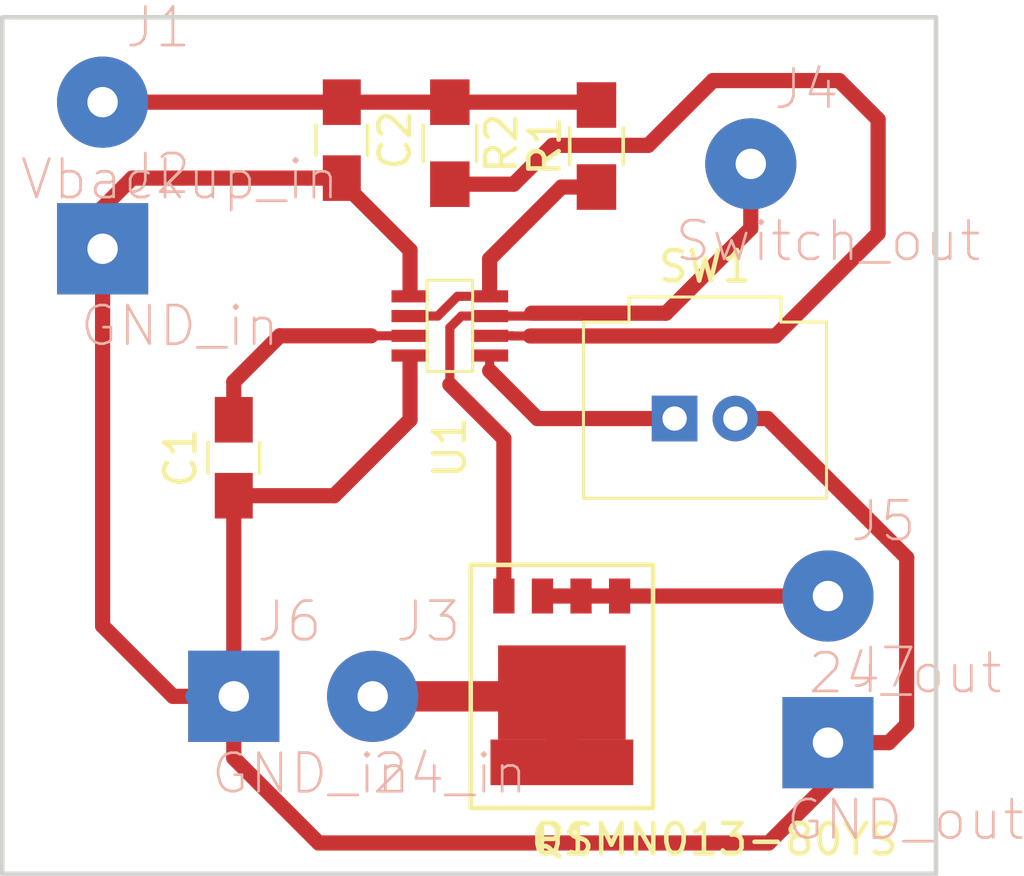
<source format=kicad_pcb>
(kicad_pcb (version 4) (host pcbnew 4.0.4-stable)

  (general
    (links 22)
    (no_connects 5)
    (area 125.908999 53.010999 156.793001 81.355001)
    (thickness 1.6)
    (drawings 4)
    (tracks 71)
    (zones 0)
    (modules 14)
    (nets 10)
  )

  (page A4)
  (layers
    (0 F.Cu signal)
    (31 B.Cu signal)
    (32 B.Adhes user)
    (33 F.Adhes user)
    (34 B.Paste user)
    (35 F.Paste user)
    (36 B.SilkS user)
    (37 F.SilkS user)
    (38 B.Mask user)
    (39 F.Mask user)
    (40 Dwgs.User user)
    (41 Cmts.User user)
    (42 Eco1.User user)
    (43 Eco2.User user)
    (44 Edge.Cuts user)
    (45 Margin user)
    (46 B.CrtYd user)
    (47 F.CrtYd user)
    (48 B.Fab user)
    (49 F.Fab user)
  )

  (setup
    (last_trace_width 0.25)
    (trace_clearance 0.25)
    (zone_clearance 0.508)
    (zone_45_only no)
    (trace_min 0.2)
    (segment_width 0.2)
    (edge_width 0.15)
    (via_size 1.4)
    (via_drill 1)
    (via_min_size 0.4)
    (via_min_drill 0.3)
    (uvia_size 0.3)
    (uvia_drill 0.1)
    (uvias_allowed no)
    (uvia_min_size 0.2)
    (uvia_min_drill 0.1)
    (pcb_text_width 0.3)
    (pcb_text_size 1.5 1.5)
    (mod_edge_width 0.15)
    (mod_text_size 1 1)
    (mod_text_width 0.15)
    (pad_size 1.524 1.524)
    (pad_drill 1.016)
    (pad_to_mask_clearance 0.2)
    (aux_axis_origin 0 0)
    (visible_elements 7FFFEFFF)
    (pcbplotparams
      (layerselection 0x01000_80000001)
      (usegerberextensions true)
      (excludeedgelayer true)
      (linewidth 0.100000)
      (plotframeref false)
      (viasonmask false)
      (mode 1)
      (useauxorigin false)
      (hpglpennumber 1)
      (hpglpenspeed 20)
      (hpglpendiameter 15)
      (hpglpenoverlay 2)
      (psnegative false)
      (psa4output false)
      (plotreference true)
      (plotvalue true)
      (plotinvisibletext false)
      (padsonsilk false)
      (subtractmaskfromsilk false)
      (outputformat 1)
      (mirror false)
      (drillshape 0)
      (scaleselection 1)
      (outputdirectory Gerber/))
  )

  (net 0 "")
  (net 1 GND)
  (net 2 "Net-(C1-Pad2)")
  (net 3 /Vbackup_in)
  (net 4 /V24_in)
  (net 5 /Switch_on)
  (net 6 /V24_on)
  (net 7 "Net-(R1-Pad1)")
  (net 8 "Net-(R2-Pad2)")
  (net 9 "Net-(SW1-Pad1)")

  (net_class Default "This is the default net class."
    (clearance 0.25)
    (trace_width 0.25)
    (via_dia 1.4)
    (via_drill 1)
    (uvia_dia 0.3)
    (uvia_drill 0.1)
    (add_net /Switch_on)
    (add_net /V24_in)
    (add_net /V24_on)
    (add_net /Vbackup_in)
    (add_net GND)
    (add_net "Net-(C1-Pad2)")
    (add_net "Net-(R1-Pad1)")
    (add_net "Net-(R2-Pad2)")
    (add_net "Net-(SW1-Pad1)")
  )

  (module Capacitors_SMD:C_0805_HandSoldering (layer F.Cu) (tedit 58AA84A8) (tstamp 592262C2)
    (at 133.604 67.584 90)
    (descr "Capacitor SMD 0805, hand soldering")
    (tags "capacitor 0805")
    (path /5922B92A)
    (attr smd)
    (fp_text reference C1 (at 0 -1.75 90) (layer F.SilkS)
      (effects (font (size 1 1) (thickness 0.15)))
    )
    (fp_text value C_Small (at 0 1.75 90) (layer F.Fab)
      (effects (font (size 1 1) (thickness 0.15)))
    )
    (fp_text user %R (at 0 -1.75 90) (layer F.Fab)
      (effects (font (size 1 1) (thickness 0.15)))
    )
    (fp_line (start -1 0.62) (end -1 -0.62) (layer F.Fab) (width 0.1))
    (fp_line (start 1 0.62) (end -1 0.62) (layer F.Fab) (width 0.1))
    (fp_line (start 1 -0.62) (end 1 0.62) (layer F.Fab) (width 0.1))
    (fp_line (start -1 -0.62) (end 1 -0.62) (layer F.Fab) (width 0.1))
    (fp_line (start 0.5 -0.85) (end -0.5 -0.85) (layer F.SilkS) (width 0.12))
    (fp_line (start -0.5 0.85) (end 0.5 0.85) (layer F.SilkS) (width 0.12))
    (fp_line (start -2.25 -0.88) (end 2.25 -0.88) (layer F.CrtYd) (width 0.05))
    (fp_line (start -2.25 -0.88) (end -2.25 0.87) (layer F.CrtYd) (width 0.05))
    (fp_line (start 2.25 0.87) (end 2.25 -0.88) (layer F.CrtYd) (width 0.05))
    (fp_line (start 2.25 0.87) (end -2.25 0.87) (layer F.CrtYd) (width 0.05))
    (pad 1 smd rect (at -1.25 0 90) (size 1.5 1.25) (layers F.Cu F.Paste F.Mask)
      (net 1 GND))
    (pad 2 smd rect (at 1.25 0 90) (size 1.5 1.25) (layers F.Cu F.Paste F.Mask)
      (net 2 "Net-(C1-Pad2)"))
    (model Capacitors_SMD.3dshapes/C_0805.wrl
      (at (xyz 0 0 0))
      (scale (xyz 1 1 1))
      (rotate (xyz 0 0 0))
    )
  )

  (module Capacitors_SMD:C_0805_HandSoldering (layer F.Cu) (tedit 58AA84A8) (tstamp 592262C8)
    (at 137.16 57.13 270)
    (descr "Capacitor SMD 0805, hand soldering")
    (tags "capacitor 0805")
    (path /59229BA3)
    (attr smd)
    (fp_text reference C2 (at 0 -1.75 270) (layer F.SilkS)
      (effects (font (size 1 1) (thickness 0.15)))
    )
    (fp_text value 0.1uF (at 0 1.75 270) (layer F.Fab)
      (effects (font (size 1 1) (thickness 0.15)))
    )
    (fp_text user %R (at 0 -1.75 270) (layer F.Fab)
      (effects (font (size 1 1) (thickness 0.15)))
    )
    (fp_line (start -1 0.62) (end -1 -0.62) (layer F.Fab) (width 0.1))
    (fp_line (start 1 0.62) (end -1 0.62) (layer F.Fab) (width 0.1))
    (fp_line (start 1 -0.62) (end 1 0.62) (layer F.Fab) (width 0.1))
    (fp_line (start -1 -0.62) (end 1 -0.62) (layer F.Fab) (width 0.1))
    (fp_line (start 0.5 -0.85) (end -0.5 -0.85) (layer F.SilkS) (width 0.12))
    (fp_line (start -0.5 0.85) (end 0.5 0.85) (layer F.SilkS) (width 0.12))
    (fp_line (start -2.25 -0.88) (end 2.25 -0.88) (layer F.CrtYd) (width 0.05))
    (fp_line (start -2.25 -0.88) (end -2.25 0.87) (layer F.CrtYd) (width 0.05))
    (fp_line (start 2.25 0.87) (end 2.25 -0.88) (layer F.CrtYd) (width 0.05))
    (fp_line (start 2.25 0.87) (end -2.25 0.87) (layer F.CrtYd) (width 0.05))
    (pad 1 smd rect (at -1.25 0 270) (size 1.5 1.25) (layers F.Cu F.Paste F.Mask)
      (net 3 /Vbackup_in))
    (pad 2 smd rect (at 1.25 0 270) (size 1.5 1.25) (layers F.Cu F.Paste F.Mask)
      (net 1 GND))
    (model Capacitors_SMD.3dshapes/C_0805.wrl
      (at (xyz 0 0 0))
      (scale (xyz 1 1 1))
      (rotate (xyz 0 0 0))
    )
  )

  (module SOT669:SOT669 (layer F.Cu) (tedit 52BD5824) (tstamp 592262EB)
    (at 144.404 77.611 180)
    (descr http://www.nxp.com/documents/leaflet/75016838.pdf)
    (path /59229B8B)
    (fp_text reference Q1 (at 0 -2.54 180) (layer F.SilkS)
      (effects (font (size 1 1) (thickness 0.15)))
    )
    (fp_text value PSMN013-80YS (at -5.08 -2.54 180) (layer F.SilkS)
      (effects (font (size 1 1) (thickness 0.15)))
    )
    (fp_line (start -3 -1.5) (end 3 -1.5) (layer F.SilkS) (width 0.15))
    (fp_line (start 3 -1.5) (end 3 6.5) (layer F.SilkS) (width 0.15))
    (fp_line (start 3 6.5) (end -3 6.5) (layer F.SilkS) (width 0.15))
    (fp_line (start -3 6.5) (end -3 -1.5) (layer F.SilkS) (width 0.15))
    (pad 5 smd rect (at 0 0 180) (size 4.7 1.5) (layers F.Cu F.Paste F.Mask)
      (net 4 /V24_in))
    (pad 5 smd rect (at 0 2.3 180) (size 4.2 3.1) (layers F.Cu F.Paste F.Mask)
      (net 4 /V24_in))
    (pad 1 smd rect (at -1.9 5.475 180) (size 0.7 1.15) (layers F.Cu F.Paste F.Mask)
      (net 6 /V24_on))
    (pad 2 smd rect (at -0.63 5.475 180) (size 0.7 1.15) (layers F.Cu F.Paste F.Mask)
      (net 6 /V24_on))
    (pad 3 smd rect (at 0.64 5.475 180) (size 0.7 1.15) (layers F.Cu F.Paste F.Mask)
      (net 6 /V24_on))
    (pad 4 smd rect (at 1.91 5.475 180) (size 0.7 1.15) (layers F.Cu F.Paste F.Mask)
      (net 5 /Switch_on))
  )

  (module Resistors_SMD:R_0805_HandSoldering (layer F.Cu) (tedit 58AADA1D) (tstamp 592262F1)
    (at 145.542 57.324 90)
    (descr "Resistor SMD 0805, hand soldering")
    (tags "resistor 0805")
    (path /5922B41B)
    (attr smd)
    (fp_text reference R1 (at 0 -1.7 90) (layer F.SilkS)
      (effects (font (size 1 1) (thickness 0.15)))
    )
    (fp_text value 1M (at 0 1.75 90) (layer F.Fab)
      (effects (font (size 1 1) (thickness 0.15)))
    )
    (fp_text user %R (at 0 -1.7 90) (layer F.Fab)
      (effects (font (size 1 1) (thickness 0.15)))
    )
    (fp_line (start -1 0.62) (end -1 -0.62) (layer F.Fab) (width 0.1))
    (fp_line (start 1 0.62) (end -1 0.62) (layer F.Fab) (width 0.1))
    (fp_line (start 1 -0.62) (end 1 0.62) (layer F.Fab) (width 0.1))
    (fp_line (start -1 -0.62) (end 1 -0.62) (layer F.Fab) (width 0.1))
    (fp_line (start 0.6 0.88) (end -0.6 0.88) (layer F.SilkS) (width 0.12))
    (fp_line (start -0.6 -0.88) (end 0.6 -0.88) (layer F.SilkS) (width 0.12))
    (fp_line (start -2.35 -0.9) (end 2.35 -0.9) (layer F.CrtYd) (width 0.05))
    (fp_line (start -2.35 -0.9) (end -2.35 0.9) (layer F.CrtYd) (width 0.05))
    (fp_line (start 2.35 0.9) (end 2.35 -0.9) (layer F.CrtYd) (width 0.05))
    (fp_line (start 2.35 0.9) (end -2.35 0.9) (layer F.CrtYd) (width 0.05))
    (pad 1 smd rect (at -1.35 0 90) (size 1.5 1.3) (layers F.Cu F.Paste F.Mask)
      (net 7 "Net-(R1-Pad1)"))
    (pad 2 smd rect (at 1.35 0 90) (size 1.5 1.3) (layers F.Cu F.Paste F.Mask)
      (net 3 /Vbackup_in))
    (model Resistors_SMD.3dshapes/R_0805.wrl
      (at (xyz 0 0 0))
      (scale (xyz 1 1 1))
      (rotate (xyz 0 0 0))
    )
  )

  (module Resistors_SMD:R_0805_HandSoldering (layer F.Cu) (tedit 58AADA1D) (tstamp 592262F7)
    (at 140.716 57.23 270)
    (descr "Resistor SMD 0805, hand soldering")
    (tags "resistor 0805")
    (path /59229B94)
    (attr smd)
    (fp_text reference R2 (at 0 -1.7 270) (layer F.SilkS)
      (effects (font (size 1 1) (thickness 0.15)))
    )
    (fp_text value 1K (at 0 1.75 270) (layer F.Fab)
      (effects (font (size 1 1) (thickness 0.15)))
    )
    (fp_text user %R (at 0 -1.7 270) (layer F.Fab)
      (effects (font (size 1 1) (thickness 0.15)))
    )
    (fp_line (start -1 0.62) (end -1 -0.62) (layer F.Fab) (width 0.1))
    (fp_line (start 1 0.62) (end -1 0.62) (layer F.Fab) (width 0.1))
    (fp_line (start 1 -0.62) (end 1 0.62) (layer F.Fab) (width 0.1))
    (fp_line (start -1 -0.62) (end 1 -0.62) (layer F.Fab) (width 0.1))
    (fp_line (start 0.6 0.88) (end -0.6 0.88) (layer F.SilkS) (width 0.12))
    (fp_line (start -0.6 -0.88) (end 0.6 -0.88) (layer F.SilkS) (width 0.12))
    (fp_line (start -2.35 -0.9) (end 2.35 -0.9) (layer F.CrtYd) (width 0.05))
    (fp_line (start -2.35 -0.9) (end -2.35 0.9) (layer F.CrtYd) (width 0.05))
    (fp_line (start 2.35 0.9) (end 2.35 -0.9) (layer F.CrtYd) (width 0.05))
    (fp_line (start 2.35 0.9) (end -2.35 0.9) (layer F.CrtYd) (width 0.05))
    (pad 1 smd rect (at -1.35 0 270) (size 1.5 1.3) (layers F.Cu F.Paste F.Mask)
      (net 3 /Vbackup_in))
    (pad 2 smd rect (at 1.35 0 270) (size 1.5 1.3) (layers F.Cu F.Paste F.Mask)
      (net 8 "Net-(R2-Pad2)"))
    (model Resistors_SMD.3dshapes/R_0805.wrl
      (at (xyz 0 0 0))
      (scale (xyz 1 1 1))
      (rotate (xyz 0 0 0))
    )
  )

  (module microclasp:microclasp_2 (layer F.Cu) (tedit 5881230D) (tstamp 592262FD)
    (at 149.114 66.294)
    (path /59229BB2)
    (fp_text reference SW1 (at 0 -5) (layer F.SilkS)
      (effects (font (size 1 1) (thickness 0.15)))
    )
    (fp_text value SW_Push (at 0 4) (layer F.Fab)
      (effects (font (size 1 1) (thickness 0.15)))
    )
    (fp_line (start -4 2.625) (end -4 -3.175) (layer F.SilkS) (width 0.1))
    (fp_line (start -4 -3.175) (end -2.5 -3.175) (layer F.SilkS) (width 0.1))
    (fp_line (start -2.5 -3.175) (end -2.5 -4) (layer F.SilkS) (width 0.1))
    (fp_line (start -2.5 -4) (end 2.5 -4) (layer F.SilkS) (width 0.1))
    (fp_line (start 2.5 -4) (end 2.5 -3.175) (layer F.SilkS) (width 0.1))
    (fp_line (start 2.5 -3.175) (end 4 -3.175) (layer F.SilkS) (width 0.1))
    (fp_line (start 4 -3.175) (end 4 2.625) (layer F.SilkS) (width 0.1))
    (fp_line (start 4 2.625) (end -4 2.625) (layer F.SilkS) (width 0.1))
    (pad 1 thru_hole rect (at -1 0) (size 1.5 1.5) (drill 0.8) (layers *.Cu *.Mask)
      (net 9 "Net-(SW1-Pad1)"))
    (pad 2 thru_hole circle (at 1 0) (size 1.5 1.5) (drill 0.8) (layers *.Cu *.Mask)
      (net 1 GND))
  )

  (module TSOT-23:TSOT-23-8 (layer F.Cu) (tedit 58926650) (tstamp 59226309)
    (at 140.716 63.246 270)
    (path /59229B9B)
    (fp_text reference U1 (at 4 0 270) (layer F.SilkS)
      (effects (font (size 1 1) (thickness 0.15)))
    )
    (fp_text value LTC2955-1 (at 0 3 270) (layer F.Fab)
      (effects (font (size 1 1) (thickness 0.15)))
    )
    (fp_line (start -1.5 0.75) (end -1.5 -0.75) (layer F.SilkS) (width 0.1))
    (fp_line (start 1.5 0.75) (end -1.5 0.75) (layer F.SilkS) (width 0.1))
    (fp_line (start 1.5 -0.75) (end 1.5 0.75) (layer F.SilkS) (width 0.1))
    (fp_line (start -1.5 -0.75) (end 1.5 -0.75) (layer F.SilkS) (width 0.1))
    (pad 1 smd rect (at -0.975 1.31 270) (size 0.4 1.22) (layers F.Cu F.Paste F.Mask)
      (net 1 GND))
    (pad 2 smd rect (at -0.325 1.31 270) (size 0.4 1.22) (layers F.Cu F.Paste F.Mask)
      (net 7 "Net-(R1-Pad1)"))
    (pad 3 smd rect (at 0.325 1.31 270) (size 0.4 1.22) (layers F.Cu F.Paste F.Mask)
      (net 2 "Net-(C1-Pad2)"))
    (pad 4 smd rect (at 0.975 1.31 270) (size 0.4 1.22) (layers F.Cu F.Paste F.Mask)
      (net 1 GND))
    (pad 5 smd rect (at 0.975 -1.31 270) (size 0.4 1.22) (layers F.Cu F.Paste F.Mask)
      (net 9 "Net-(SW1-Pad1)"))
    (pad 6 smd rect (at 0.325 -1.31 270) (size 0.4 1.22) (layers F.Cu F.Paste F.Mask)
      (net 8 "Net-(R2-Pad2)"))
    (pad 7 smd rect (at -0.325 -1.31 270) (size 0.4 1.22) (layers F.Cu F.Paste F.Mask)
      (net 5 /Switch_on))
    (pad 8 smd rect (at -0.975 -1.31 270) (size 0.4 1.22) (layers F.Cu F.Paste F.Mask)
      (net 7 "Net-(R1-Pad1)"))
  )

  (module pinheaders:pinhead-01x01_3x1 (layer F.Cu) (tedit 5924AFBB) (tstamp 5932BBA4)
    (at 129.286 55.88)
    (descr "PIN HEADER")
    (tags "PIN HEADER")
    (path /5922BB1D)
    (attr virtual)
    (fp_text reference J1 (at 1.8288 -2.4638) (layer B.SilkS)
      (effects (font (size 1.27 1.27) (thickness 0.0889)))
    )
    (fp_text value Vbackup_in (at 2.54 2.54) (layer B.SilkS)
      (effects (font (size 1.27 1.27) (thickness 0.0889)))
    )
    (pad 1 thru_hole circle (at 0 0) (size 3 3) (drill 1) (layers *.Cu *.Mask)
      (net 3 /Vbackup_in))
  )

  (module pinheaders:pinhead-01x01_3x1 (layer F.Cu) (tedit 5924AFBB) (tstamp 5932BBA8)
    (at 138.176 75.438)
    (descr "PIN HEADER")
    (tags "PIN HEADER")
    (path /5922BECB)
    (attr virtual)
    (fp_text reference J3 (at 1.8288 -2.4638) (layer B.SilkS)
      (effects (font (size 1.27 1.27) (thickness 0.0889)))
    )
    (fp_text value 24_in (at 2.54 2.54) (layer B.SilkS)
      (effects (font (size 1.27 1.27) (thickness 0.0889)))
    )
    (pad 1 thru_hole circle (at 0 0) (size 3 3) (drill 1) (layers *.Cu *.Mask)
      (net 4 /V24_in))
  )

  (module pinheaders:pinhead-01x01_3x1 (layer F.Cu) (tedit 5924AFBB) (tstamp 5932BBAC)
    (at 150.622 57.912)
    (descr "PIN HEADER")
    (tags "PIN HEADER")
    (path /5922C166)
    (attr virtual)
    (fp_text reference J4 (at 1.8288 -2.4638) (layer B.SilkS)
      (effects (font (size 1.27 1.27) (thickness 0.0889)))
    )
    (fp_text value Switch_out (at 2.54 2.54) (layer B.SilkS)
      (effects (font (size 1.27 1.27) (thickness 0.0889)))
    )
    (pad 1 thru_hole circle (at 0 0) (size 3 3) (drill 1) (layers *.Cu *.Mask)
      (net 5 /Switch_on))
  )

  (module pinheaders:pinhead-01x01_3x1 (layer F.Cu) (tedit 5924AFBB) (tstamp 5932BBB0)
    (at 153.162 72.136)
    (descr "PIN HEADER")
    (tags "PIN HEADER")
    (path /5922BFEA)
    (attr virtual)
    (fp_text reference J5 (at 1.8288 -2.4638) (layer B.SilkS)
      (effects (font (size 1.27 1.27) (thickness 0.0889)))
    )
    (fp_text value 24_out (at 2.54 2.54) (layer B.SilkS)
      (effects (font (size 1.27 1.27) (thickness 0.0889)))
    )
    (pad 1 thru_hole circle (at 0 0) (size 3 3) (drill 1) (layers *.Cu *.Mask)
      (net 6 /V24_on))
  )

  (module pinheaders:pinhead-01x01_3x1_square (layer F.Cu) (tedit 5924B01A) (tstamp 593358D0)
    (at 129.286 60.706)
    (descr "PIN HEADER")
    (tags "PIN HEADER")
    (path /5922BD17)
    (attr virtual)
    (fp_text reference J2 (at 1.8288 -2.4638) (layer B.SilkS)
      (effects (font (size 1.27 1.27) (thickness 0.0889)))
    )
    (fp_text value GND_in (at 2.54 2.54) (layer B.SilkS)
      (effects (font (size 1.27 1.27) (thickness 0.0889)))
    )
    (pad 1 thru_hole rect (at 0 0) (size 3 3) (drill 1) (layers *.Cu *.Mask)
      (net 1 GND))
  )

  (module pinheaders:pinhead-01x01_3x1_square (layer F.Cu) (tedit 5924B01A) (tstamp 593358D4)
    (at 133.604 75.438)
    (descr "PIN HEADER")
    (tags "PIN HEADER")
    (path /5922C7A2)
    (attr virtual)
    (fp_text reference J6 (at 1.8288 -2.4638) (layer B.SilkS)
      (effects (font (size 1.27 1.27) (thickness 0.0889)))
    )
    (fp_text value GND_in (at 2.54 2.54) (layer B.SilkS)
      (effects (font (size 1.27 1.27) (thickness 0.0889)))
    )
    (pad 1 thru_hole rect (at 0 0) (size 3 3) (drill 1) (layers *.Cu *.Mask)
      (net 1 GND))
  )

  (module pinheaders:pinhead-01x01_3x1_square (layer F.Cu) (tedit 5924B01A) (tstamp 593358D8)
    (at 153.162 76.962)
    (descr "PIN HEADER")
    (tags "PIN HEADER")
    (path /5922C345)
    (attr virtual)
    (fp_text reference J7 (at 1.8288 -2.4638) (layer B.SilkS)
      (effects (font (size 1.27 1.27) (thickness 0.0889)))
    )
    (fp_text value GND_out (at 2.54 2.54) (layer B.SilkS)
      (effects (font (size 1.27 1.27) (thickness 0.0889)))
    )
    (pad 1 thru_hole rect (at 0 0) (size 3 3) (drill 1) (layers *.Cu *.Mask)
      (net 1 GND))
  )

  (gr_line (start 125.984 81.28) (end 125.984 53.086) (layer Edge.Cuts) (width 0.15))
  (gr_line (start 156.718 81.28) (end 125.984 81.28) (layer Edge.Cuts) (width 0.15))
  (gr_line (start 156.718 53.086) (end 156.718 81.28) (layer Edge.Cuts) (width 0.15))
  (gr_line (start 125.984 53.086) (end 156.718 53.086) (layer Edge.Cuts) (width 0.15))

  (segment (start 155.7528 70.87214) (end 155.7528 76.3712) (width 0.5) (layer F.Cu) (net 1))
  (segment (start 155.7528 76.3712) (end 155.162 76.962) (width 0.5) (layer F.Cu) (net 1))
  (segment (start 155.162 76.962) (end 153.162 76.962) (width 0.5) (layer F.Cu) (net 1))
  (segment (start 150.114 66.294) (end 151.17466 66.294) (width 0.5) (layer F.Cu) (net 1))
  (segment (start 151.17466 66.294) (end 155.7528 70.87214) (width 0.5) (layer F.Cu) (net 1))
  (segment (start 129.286 60.706) (end 129.286 73.12) (width 0.5) (layer F.Cu) (net 1))
  (segment (start 129.286 73.12) (end 131.604 75.438) (width 0.5) (layer F.Cu) (net 1))
  (segment (start 131.604 75.438) (end 133.604 75.438) (width 0.5) (layer F.Cu) (net 1))
  (segment (start 132.254 75.438) (end 133.604 75.438) (width 0.5) (layer B.Cu) (net 1))
  (segment (start 136.398 80.264) (end 133.604 77.47) (width 0.5) (layer F.Cu) (net 1))
  (segment (start 133.604 77.47) (end 133.604 75.438) (width 0.5) (layer F.Cu) (net 1))
  (segment (start 151.21 80.264) (end 136.398 80.264) (width 0.5) (layer F.Cu) (net 1))
  (segment (start 153.162 76.962) (end 153.162 78.312) (width 0.5) (layer F.Cu) (net 1))
  (segment (start 153.162 78.312) (end 151.21 80.264) (width 0.5) (layer F.Cu) (net 1))
  (segment (start 133.604 68.834) (end 133.604 75.438) (width 0.5) (layer F.Cu) (net 1))
  (segment (start 136.906 68.834) (end 139.406 66.334) (width 0.5) (layer F.Cu) (net 1))
  (segment (start 139.406 66.334) (end 139.406 64.271001) (width 0.5) (layer F.Cu) (net 1))
  (segment (start 133.604 68.834) (end 136.906 68.834) (width 0.5) (layer F.Cu) (net 1))
  (segment (start 137.16 58.38) (end 137.16 58.505) (width 0.5) (layer F.Cu) (net 1))
  (segment (start 137.16 58.505) (end 139.406 60.751) (width 0.5) (layer F.Cu) (net 1))
  (segment (start 139.406 60.751) (end 139.406 62.220999) (width 0.5) (layer F.Cu) (net 1))
  (segment (start 129.286 60.706) (end 129.286 59.356) (width 0.5) (layer F.Cu) (net 1))
  (segment (start 129.286 59.356) (end 130.262 58.38) (width 0.5) (layer F.Cu) (net 1))
  (segment (start 130.262 58.38) (end 136.035 58.38) (width 0.5) (layer F.Cu) (net 1))
  (segment (start 136.035 58.38) (end 137.16 58.38) (width 0.5) (layer F.Cu) (net 1))
  (segment (start 138.1252 63.571) (end 139.406 63.571) (width 0.3) (layer F.Cu) (net 2))
  (segment (start 133.604 66.334) (end 133.604 65.084) (width 0.5) (layer F.Cu) (net 2))
  (segment (start 133.604 65.084) (end 135.117 63.571) (width 0.5) (layer F.Cu) (net 2))
  (segment (start 135.117 63.571) (end 138.1252 63.571) (width 0.5) (layer F.Cu) (net 2))
  (segment (start 140.716 55.88) (end 145.448 55.88) (width 0.5) (layer F.Cu) (net 3))
  (segment (start 145.448 55.88) (end 145.542 55.974) (width 0.5) (layer F.Cu) (net 3))
  (segment (start 137.16 55.88) (end 140.716 55.88) (width 0.5) (layer F.Cu) (net 3))
  (segment (start 129.286 55.88) (end 137.16 55.88) (width 0.5) (layer F.Cu) (net 3))
  (segment (start 144.404 75.311) (end 144.404 77.611) (width 1) (layer F.Cu) (net 4))
  (segment (start 138.176 75.438) (end 144.277 75.438) (width 1) (layer F.Cu) (net 4))
  (segment (start 144.277 75.438) (end 144.404 75.311) (width 1) (layer F.Cu) (net 4))
  (segment (start 140.716 65.1764) (end 142.494 66.9544) (width 0.5) (layer F.Cu) (net 5))
  (segment (start 142.494 66.9544) (end 142.494 72.136) (width 0.5) (layer F.Cu) (net 5))
  (segment (start 140.716 63.298831) (end 140.716 65.1764) (width 0.3) (layer F.Cu) (net 5))
  (segment (start 142.026 62.921) (end 141.093831 62.921) (width 0.3) (layer F.Cu) (net 5))
  (segment (start 141.093831 62.921) (end 140.716 63.298831) (width 0.3) (layer F.Cu) (net 5))
  (segment (start 143.4084 62.82619) (end 143.31359 62.921) (width 0.3) (layer F.Cu) (net 5))
  (segment (start 143.31359 62.921) (end 142.026 62.921) (width 0.3) (layer F.Cu) (net 5))
  (segment (start 147.82913 62.82619) (end 143.4084 62.82619) (width 0.5) (layer F.Cu) (net 5))
  (segment (start 150.622 57.912) (end 150.622 60.03332) (width 0.5) (layer F.Cu) (net 5))
  (segment (start 150.622 60.03332) (end 147.82913 62.82619) (width 0.5) (layer F.Cu) (net 5))
  (segment (start 146.304 72.136) (end 153.162 72.136) (width 0.5) (layer F.Cu) (net 6))
  (segment (start 145.034 72.136) (end 146.304 72.136) (width 0.5) (layer F.Cu) (net 6))
  (segment (start 143.764 72.136) (end 145.034 72.136) (width 0.5) (layer F.Cu) (net 6))
  (segment (start 145.542 58.674) (end 144.392 58.674) (width 0.5) (layer F.Cu) (net 7))
  (segment (start 144.392 58.674) (end 142.026 61.04) (width 0.5) (layer F.Cu) (net 7))
  (segment (start 142.026 61.04) (end 142.026 62.220999) (width 0.5) (layer F.Cu) (net 7))
  (segment (start 139.406 62.921) (end 140.316 62.921) (width 0.3) (layer F.Cu) (net 7))
  (segment (start 140.316 62.921) (end 140.966 62.271) (width 0.3) (layer F.Cu) (net 7))
  (segment (start 140.966 62.271) (end 141.116 62.271) (width 0.3) (layer F.Cu) (net 7))
  (segment (start 141.116 62.271) (end 142.026 62.271) (width 0.3) (layer F.Cu) (net 7))
  (segment (start 143.3576 63.5762) (end 142.7734 63.5762) (width 0.3) (layer F.Cu) (net 8))
  (segment (start 142.7734 63.5762) (end 142.7682 63.571) (width 0.3) (layer F.Cu) (net 8))
  (segment (start 142.7682 63.571) (end 142.026 63.571) (width 0.3) (layer F.Cu) (net 8))
  (segment (start 151.4348 63.5762) (end 143.3576 63.5762) (width 0.5) (layer F.Cu) (net 8))
  (segment (start 154.813 60.198) (end 151.4348 63.5762) (width 0.5) (layer F.Cu) (net 8))
  (segment (start 154.813 56.4515) (end 154.813 60.198) (width 0.5) (layer F.Cu) (net 8))
  (segment (start 153.5303 55.1688) (end 154.813 56.4515) (width 0.5) (layer F.Cu) (net 8))
  (segment (start 149.3774 55.1688) (end 153.5303 55.1688) (width 0.5) (layer F.Cu) (net 8))
  (segment (start 147.2438 57.3024) (end 149.3774 55.1688) (width 0.5) (layer F.Cu) (net 8))
  (segment (start 144.0942 57.3024) (end 147.2438 57.3024) (width 0.5) (layer F.Cu) (net 8))
  (segment (start 142.8166 58.58) (end 144.0942 57.3024) (width 0.5) (layer F.Cu) (net 8))
  (segment (start 140.716 58.58) (end 142.8166 58.58) (width 0.5) (layer F.Cu) (net 8))
  (segment (start 148.114 66.294) (end 143.599 66.294) (width 0.5) (layer F.Cu) (net 9))
  (segment (start 143.599 66.294) (end 142.026 64.721) (width 0.5) (layer F.Cu) (net 9))
  (segment (start 142.026 64.721) (end 142.026 64.221) (width 0.3) (layer F.Cu) (net 9))

)

</source>
